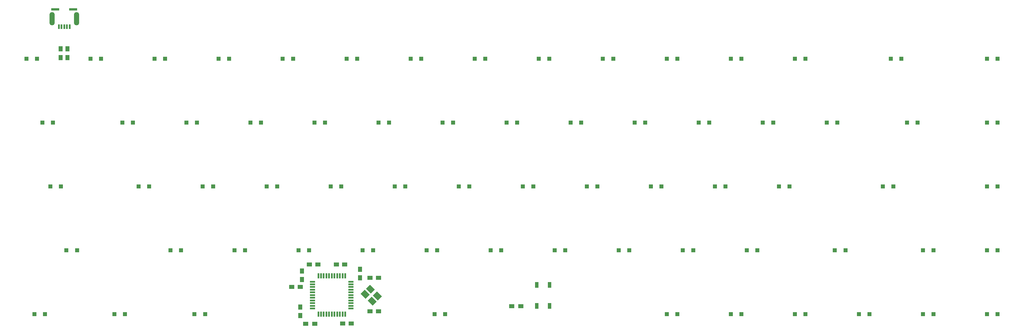
<source format=gbp>
G04 #@! TF.FileFunction,Paste,Bot*
%FSLAX46Y46*%
G04 Gerber Fmt 4.6, Leading zero omitted, Abs format (unit mm)*
G04 Created by KiCad (PCBNEW 4.0.7) date 01/28/18 20:53:29*
%MOMM*%
%LPD*%
G01*
G04 APERTURE LIST*
%ADD10C,0.100000*%
%ADD11R,0.550000X1.500000*%
%ADD12R,1.500000X0.550000*%
%ADD13R,1.250000X1.500000*%
%ADD14R,1.500000X1.250000*%
%ADD15R,1.200000X1.200000*%
%ADD16R,2.350000X0.800000*%
%ADD17R,0.500000X1.400000*%
%ADD18O,1.500000X4.000000*%
%ADD19R,1.500000X1.300000*%
%ADD20R,1.300000X1.500000*%
%ADD21R,1.000000X1.700000*%
G04 APERTURE END LIST*
D10*
D11*
X173382500Y-112455000D03*
X174182500Y-112455000D03*
X174982500Y-112455000D03*
X175782500Y-112455000D03*
X176582500Y-112455000D03*
X177382500Y-112455000D03*
X178182500Y-112455000D03*
X178982500Y-112455000D03*
X179782500Y-112455000D03*
X180582500Y-112455000D03*
X181382500Y-112455000D03*
D12*
X183082500Y-114155000D03*
X183082500Y-114955000D03*
X183082500Y-115755000D03*
X183082500Y-116555000D03*
X183082500Y-117355000D03*
X183082500Y-118155000D03*
X183082500Y-118955000D03*
X183082500Y-119755000D03*
X183082500Y-120555000D03*
X183082500Y-121355000D03*
X183082500Y-122155000D03*
D11*
X181382500Y-123855000D03*
X180582500Y-123855000D03*
X179782500Y-123855000D03*
X178982500Y-123855000D03*
X178182500Y-123855000D03*
X177382500Y-123855000D03*
X176582500Y-123855000D03*
X175782500Y-123855000D03*
X174982500Y-123855000D03*
X174182500Y-123855000D03*
X173382500Y-123855000D03*
D12*
X171682500Y-122155000D03*
X171682500Y-121355000D03*
X171682500Y-120555000D03*
X171682500Y-119755000D03*
X171682500Y-118955000D03*
X171682500Y-118155000D03*
X171682500Y-117355000D03*
X171682500Y-116555000D03*
X171682500Y-115755000D03*
X171682500Y-114955000D03*
X171682500Y-114155000D03*
D13*
X185750000Y-113000000D03*
X185750000Y-110500000D03*
X168000000Y-124250000D03*
X168000000Y-121750000D03*
D14*
X180625000Y-126625000D03*
X183125000Y-126625000D03*
D13*
X168500000Y-111000000D03*
X168500000Y-113500000D03*
D14*
X173250000Y-109000000D03*
X170750000Y-109000000D03*
X188750000Y-123000000D03*
X191250000Y-123000000D03*
X191250000Y-113000000D03*
X188750000Y-113000000D03*
X178750000Y-109000000D03*
X181250000Y-109000000D03*
X165500000Y-115750000D03*
X168000000Y-115750000D03*
D15*
X86531250Y-47625000D03*
X89681250Y-47625000D03*
X91293750Y-66675000D03*
X94443750Y-66675000D03*
X93675000Y-85725000D03*
X96825000Y-85725000D03*
X98437500Y-104775000D03*
X101587500Y-104775000D03*
X88912500Y-123825000D03*
X92062500Y-123825000D03*
X105581250Y-47625000D03*
X108731250Y-47625000D03*
X115106250Y-66675000D03*
X118256250Y-66675000D03*
X119868750Y-85725000D03*
X123018750Y-85725000D03*
X129393750Y-104775000D03*
X132543750Y-104775000D03*
X112725000Y-123825000D03*
X115875000Y-123825000D03*
X136537500Y-123825000D03*
X139687500Y-123825000D03*
X124631250Y-47625000D03*
X127781250Y-47625000D03*
X134156250Y-66675000D03*
X137306250Y-66675000D03*
X138918750Y-85725000D03*
X142068750Y-85725000D03*
X148443750Y-104775000D03*
X151593750Y-104775000D03*
X143681250Y-47625000D03*
X146831250Y-47625000D03*
X153206250Y-66675000D03*
X156356250Y-66675000D03*
X157968750Y-85725000D03*
X161118750Y-85725000D03*
X167493750Y-104775000D03*
X170643750Y-104775000D03*
X162731250Y-47625000D03*
X165881250Y-47625000D03*
X172256250Y-66675000D03*
X175406250Y-66675000D03*
X177018750Y-85725000D03*
X180168750Y-85725000D03*
X186543750Y-104775000D03*
X189693750Y-104775000D03*
X181781250Y-47625000D03*
X184931250Y-47625000D03*
X191306250Y-66675000D03*
X194456250Y-66675000D03*
X196068750Y-85725000D03*
X199218750Y-85725000D03*
X205593750Y-104775000D03*
X208743750Y-104775000D03*
X200831250Y-47625000D03*
X203981250Y-47625000D03*
X210356250Y-66675000D03*
X213506250Y-66675000D03*
X215118750Y-85725000D03*
X218268750Y-85725000D03*
X224643750Y-104775000D03*
X227793750Y-104775000D03*
X207975000Y-123825000D03*
X211125000Y-123825000D03*
X219881250Y-47625000D03*
X223031250Y-47625000D03*
X229406250Y-66675000D03*
X232556250Y-66675000D03*
X234168750Y-85725000D03*
X237318750Y-85725000D03*
X243693750Y-104775000D03*
X246843750Y-104775000D03*
X238931250Y-47625000D03*
X242081250Y-47625000D03*
X248456250Y-66675000D03*
X251606250Y-66675000D03*
X253218750Y-85725000D03*
X256368750Y-85725000D03*
X262743750Y-104775000D03*
X265893750Y-104775000D03*
X257981250Y-47625000D03*
X261131250Y-47625000D03*
X267506250Y-66675000D03*
X270656250Y-66675000D03*
X272268750Y-85725000D03*
X275418750Y-85725000D03*
X281793750Y-104775000D03*
X284943750Y-104775000D03*
X277031250Y-47625000D03*
X280181250Y-47625000D03*
X286556250Y-66675000D03*
X289706250Y-66675000D03*
X291318750Y-85725000D03*
X294468750Y-85725000D03*
X300843750Y-104775000D03*
X303993750Y-104775000D03*
X277031250Y-123825000D03*
X280181250Y-123825000D03*
X296081250Y-47625000D03*
X299231250Y-47625000D03*
X305606250Y-66675000D03*
X308756250Y-66675000D03*
X310368750Y-85725000D03*
X313518750Y-85725000D03*
X296081250Y-123825000D03*
X299231250Y-123825000D03*
X315131250Y-47625000D03*
X318281250Y-47625000D03*
X324656250Y-66675000D03*
X327806250Y-66675000D03*
X341325000Y-85725000D03*
X344475000Y-85725000D03*
X353231250Y-104775000D03*
X356381250Y-104775000D03*
X315131250Y-123825000D03*
X318281250Y-123825000D03*
X343706250Y-47625000D03*
X346856250Y-47625000D03*
X348468750Y-66675000D03*
X351618750Y-66675000D03*
X372281250Y-85725000D03*
X375431250Y-85725000D03*
X372281250Y-104775000D03*
X375431250Y-104775000D03*
X353231250Y-123825000D03*
X356381250Y-123825000D03*
X372281250Y-47625000D03*
X375431250Y-47625000D03*
X372281250Y-66675000D03*
X375431250Y-66675000D03*
X372281250Y-123825000D03*
X375431250Y-123825000D03*
D16*
X100465000Y-32900000D03*
X95115000Y-32900000D03*
D17*
X96190000Y-38100000D03*
X96990000Y-38100000D03*
X97790000Y-38100000D03*
X98590000Y-38100000D03*
X99390000Y-38100000D03*
D18*
X94140000Y-35700000D03*
X101440000Y-35700000D03*
D19*
X233600000Y-121500000D03*
X230900000Y-121500000D03*
D20*
X96750000Y-47350000D03*
X96750000Y-44650000D03*
X98750000Y-47350000D03*
X98750000Y-44650000D03*
D19*
X169650000Y-126750000D03*
X172350000Y-126750000D03*
D21*
X242150000Y-121400000D03*
X242150000Y-115100000D03*
X238350000Y-121400000D03*
X238350000Y-115100000D03*
D10*
G36*
X187521332Y-116228134D02*
X188741091Y-115008375D01*
X190226016Y-116493300D01*
X189006257Y-117713059D01*
X187521332Y-116228134D01*
X187521332Y-116228134D01*
G37*
G36*
X189571941Y-118278743D02*
X190791700Y-117058984D01*
X192276625Y-118543909D01*
X191056866Y-119763668D01*
X189571941Y-118278743D01*
X189571941Y-118278743D01*
G37*
G36*
X188033984Y-119816700D02*
X189253743Y-118596941D01*
X190738668Y-120081866D01*
X189518909Y-121301625D01*
X188033984Y-119816700D01*
X188033984Y-119816700D01*
G37*
G36*
X185983375Y-117766091D02*
X187203134Y-116546332D01*
X188688059Y-118031257D01*
X187468300Y-119251016D01*
X185983375Y-117766091D01*
X185983375Y-117766091D01*
G37*
D15*
X334181250Y-123825000D03*
X337331250Y-123825000D03*
X327037500Y-104775000D03*
X330187500Y-104775000D03*
M02*

</source>
